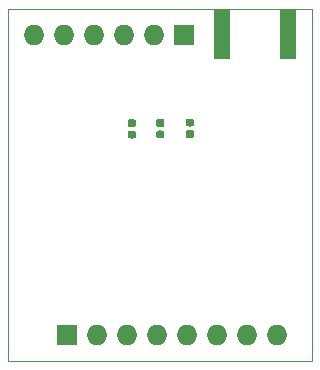
<source format=gbr>
%TF.GenerationSoftware,KiCad,Pcbnew,(5.1.4)-1*%
%TF.CreationDate,2019-10-27T14:05:37-07:00*%
%TF.ProjectId,spriteSAMD,73707269-7465-4534-914d-442e6b696361,rev?*%
%TF.SameCoordinates,Original*%
%TF.FileFunction,Soldermask,Bot*%
%TF.FilePolarity,Negative*%
%FSLAX46Y46*%
G04 Gerber Fmt 4.6, Leading zero omitted, Abs format (unit mm)*
G04 Created by KiCad (PCBNEW (5.1.4)-1) date 2019-10-27 14:05:37*
%MOMM*%
%LPD*%
G04 APERTURE LIST*
%ADD10C,0.100000*%
%ADD11O,1.750800X1.750800*%
%ADD12R,1.750800X1.750800*%
%ADD13C,0.640800*%
%ADD14R,1.400800X4.250800*%
G04 APERTURE END LIST*
D10*
X145999200Y-65938400D02*
X170408600Y-65938400D01*
X145999200Y-95707200D02*
X145999200Y-65938400D01*
X171704000Y-95707200D02*
X145999200Y-95707200D01*
X171704000Y-65938400D02*
X171704000Y-95707200D01*
X170408600Y-65938400D02*
X171704000Y-65938400D01*
D11*
X148183600Y-68148200D03*
X150723600Y-68148200D03*
X153263600Y-68148200D03*
X155803600Y-68148200D03*
X158343600Y-68148200D03*
D12*
X160883600Y-68148200D03*
D10*
G36*
X156664902Y-76263771D02*
G01*
X156680453Y-76266078D01*
X156695704Y-76269898D01*
X156710506Y-76275194D01*
X156724718Y-76281916D01*
X156738202Y-76289999D01*
X156750830Y-76299364D01*
X156762479Y-76309921D01*
X156773036Y-76321570D01*
X156782401Y-76334198D01*
X156790484Y-76347682D01*
X156797206Y-76361894D01*
X156802502Y-76376696D01*
X156806322Y-76391947D01*
X156808629Y-76407498D01*
X156809400Y-76423200D01*
X156809400Y-76743600D01*
X156808629Y-76759302D01*
X156806322Y-76774853D01*
X156802502Y-76790104D01*
X156797206Y-76804906D01*
X156790484Y-76819118D01*
X156782401Y-76832602D01*
X156773036Y-76845230D01*
X156762479Y-76856879D01*
X156750830Y-76867436D01*
X156738202Y-76876801D01*
X156724718Y-76884884D01*
X156710506Y-76891606D01*
X156695704Y-76896902D01*
X156680453Y-76900722D01*
X156664902Y-76903029D01*
X156649200Y-76903800D01*
X156278800Y-76903800D01*
X156263098Y-76903029D01*
X156247547Y-76900722D01*
X156232296Y-76896902D01*
X156217494Y-76891606D01*
X156203282Y-76884884D01*
X156189798Y-76876801D01*
X156177170Y-76867436D01*
X156165521Y-76856879D01*
X156154964Y-76845230D01*
X156145599Y-76832602D01*
X156137516Y-76819118D01*
X156130794Y-76804906D01*
X156125498Y-76790104D01*
X156121678Y-76774853D01*
X156119371Y-76759302D01*
X156118600Y-76743600D01*
X156118600Y-76423200D01*
X156119371Y-76407498D01*
X156121678Y-76391947D01*
X156125498Y-76376696D01*
X156130794Y-76361894D01*
X156137516Y-76347682D01*
X156145599Y-76334198D01*
X156154964Y-76321570D01*
X156165521Y-76309921D01*
X156177170Y-76299364D01*
X156189798Y-76289999D01*
X156203282Y-76281916D01*
X156217494Y-76275194D01*
X156232296Y-76269898D01*
X156247547Y-76266078D01*
X156263098Y-76263771D01*
X156278800Y-76263000D01*
X156649200Y-76263000D01*
X156664902Y-76263771D01*
X156664902Y-76263771D01*
G37*
D13*
X156464000Y-76583400D03*
D10*
G36*
X156664902Y-75293771D02*
G01*
X156680453Y-75296078D01*
X156695704Y-75299898D01*
X156710506Y-75305194D01*
X156724718Y-75311916D01*
X156738202Y-75319999D01*
X156750830Y-75329364D01*
X156762479Y-75339921D01*
X156773036Y-75351570D01*
X156782401Y-75364198D01*
X156790484Y-75377682D01*
X156797206Y-75391894D01*
X156802502Y-75406696D01*
X156806322Y-75421947D01*
X156808629Y-75437498D01*
X156809400Y-75453200D01*
X156809400Y-75773600D01*
X156808629Y-75789302D01*
X156806322Y-75804853D01*
X156802502Y-75820104D01*
X156797206Y-75834906D01*
X156790484Y-75849118D01*
X156782401Y-75862602D01*
X156773036Y-75875230D01*
X156762479Y-75886879D01*
X156750830Y-75897436D01*
X156738202Y-75906801D01*
X156724718Y-75914884D01*
X156710506Y-75921606D01*
X156695704Y-75926902D01*
X156680453Y-75930722D01*
X156664902Y-75933029D01*
X156649200Y-75933800D01*
X156278800Y-75933800D01*
X156263098Y-75933029D01*
X156247547Y-75930722D01*
X156232296Y-75926902D01*
X156217494Y-75921606D01*
X156203282Y-75914884D01*
X156189798Y-75906801D01*
X156177170Y-75897436D01*
X156165521Y-75886879D01*
X156154964Y-75875230D01*
X156145599Y-75862602D01*
X156137516Y-75849118D01*
X156130794Y-75834906D01*
X156125498Y-75820104D01*
X156121678Y-75804853D01*
X156119371Y-75789302D01*
X156118600Y-75773600D01*
X156118600Y-75453200D01*
X156119371Y-75437498D01*
X156121678Y-75421947D01*
X156125498Y-75406696D01*
X156130794Y-75391894D01*
X156137516Y-75377682D01*
X156145599Y-75364198D01*
X156154964Y-75351570D01*
X156165521Y-75339921D01*
X156177170Y-75329364D01*
X156189798Y-75319999D01*
X156203282Y-75311916D01*
X156217494Y-75305194D01*
X156232296Y-75299898D01*
X156247547Y-75296078D01*
X156263098Y-75293771D01*
X156278800Y-75293000D01*
X156649200Y-75293000D01*
X156664902Y-75293771D01*
X156664902Y-75293771D01*
G37*
D13*
X156464000Y-75613400D03*
D10*
G36*
X161567102Y-76212971D02*
G01*
X161582653Y-76215278D01*
X161597904Y-76219098D01*
X161612706Y-76224394D01*
X161626918Y-76231116D01*
X161640402Y-76239199D01*
X161653030Y-76248564D01*
X161664679Y-76259121D01*
X161675236Y-76270770D01*
X161684601Y-76283398D01*
X161692684Y-76296882D01*
X161699406Y-76311094D01*
X161704702Y-76325896D01*
X161708522Y-76341147D01*
X161710829Y-76356698D01*
X161711600Y-76372400D01*
X161711600Y-76692800D01*
X161710829Y-76708502D01*
X161708522Y-76724053D01*
X161704702Y-76739304D01*
X161699406Y-76754106D01*
X161692684Y-76768318D01*
X161684601Y-76781802D01*
X161675236Y-76794430D01*
X161664679Y-76806079D01*
X161653030Y-76816636D01*
X161640402Y-76826001D01*
X161626918Y-76834084D01*
X161612706Y-76840806D01*
X161597904Y-76846102D01*
X161582653Y-76849922D01*
X161567102Y-76852229D01*
X161551400Y-76853000D01*
X161181000Y-76853000D01*
X161165298Y-76852229D01*
X161149747Y-76849922D01*
X161134496Y-76846102D01*
X161119694Y-76840806D01*
X161105482Y-76834084D01*
X161091998Y-76826001D01*
X161079370Y-76816636D01*
X161067721Y-76806079D01*
X161057164Y-76794430D01*
X161047799Y-76781802D01*
X161039716Y-76768318D01*
X161032994Y-76754106D01*
X161027698Y-76739304D01*
X161023878Y-76724053D01*
X161021571Y-76708502D01*
X161020800Y-76692800D01*
X161020800Y-76372400D01*
X161021571Y-76356698D01*
X161023878Y-76341147D01*
X161027698Y-76325896D01*
X161032994Y-76311094D01*
X161039716Y-76296882D01*
X161047799Y-76283398D01*
X161057164Y-76270770D01*
X161067721Y-76259121D01*
X161079370Y-76248564D01*
X161091998Y-76239199D01*
X161105482Y-76231116D01*
X161119694Y-76224394D01*
X161134496Y-76219098D01*
X161149747Y-76215278D01*
X161165298Y-76212971D01*
X161181000Y-76212200D01*
X161551400Y-76212200D01*
X161567102Y-76212971D01*
X161567102Y-76212971D01*
G37*
D13*
X161366200Y-76532600D03*
D10*
G36*
X161567102Y-75242971D02*
G01*
X161582653Y-75245278D01*
X161597904Y-75249098D01*
X161612706Y-75254394D01*
X161626918Y-75261116D01*
X161640402Y-75269199D01*
X161653030Y-75278564D01*
X161664679Y-75289121D01*
X161675236Y-75300770D01*
X161684601Y-75313398D01*
X161692684Y-75326882D01*
X161699406Y-75341094D01*
X161704702Y-75355896D01*
X161708522Y-75371147D01*
X161710829Y-75386698D01*
X161711600Y-75402400D01*
X161711600Y-75722800D01*
X161710829Y-75738502D01*
X161708522Y-75754053D01*
X161704702Y-75769304D01*
X161699406Y-75784106D01*
X161692684Y-75798318D01*
X161684601Y-75811802D01*
X161675236Y-75824430D01*
X161664679Y-75836079D01*
X161653030Y-75846636D01*
X161640402Y-75856001D01*
X161626918Y-75864084D01*
X161612706Y-75870806D01*
X161597904Y-75876102D01*
X161582653Y-75879922D01*
X161567102Y-75882229D01*
X161551400Y-75883000D01*
X161181000Y-75883000D01*
X161165298Y-75882229D01*
X161149747Y-75879922D01*
X161134496Y-75876102D01*
X161119694Y-75870806D01*
X161105482Y-75864084D01*
X161091998Y-75856001D01*
X161079370Y-75846636D01*
X161067721Y-75836079D01*
X161057164Y-75824430D01*
X161047799Y-75811802D01*
X161039716Y-75798318D01*
X161032994Y-75784106D01*
X161027698Y-75769304D01*
X161023878Y-75754053D01*
X161021571Y-75738502D01*
X161020800Y-75722800D01*
X161020800Y-75402400D01*
X161021571Y-75386698D01*
X161023878Y-75371147D01*
X161027698Y-75355896D01*
X161032994Y-75341094D01*
X161039716Y-75326882D01*
X161047799Y-75313398D01*
X161057164Y-75300770D01*
X161067721Y-75289121D01*
X161079370Y-75278564D01*
X161091998Y-75269199D01*
X161105482Y-75261116D01*
X161119694Y-75254394D01*
X161134496Y-75249098D01*
X161149747Y-75245278D01*
X161165298Y-75242971D01*
X161181000Y-75242200D01*
X161551400Y-75242200D01*
X161567102Y-75242971D01*
X161567102Y-75242971D01*
G37*
D13*
X161366200Y-75562600D03*
D10*
G36*
X159077902Y-76238371D02*
G01*
X159093453Y-76240678D01*
X159108704Y-76244498D01*
X159123506Y-76249794D01*
X159137718Y-76256516D01*
X159151202Y-76264599D01*
X159163830Y-76273964D01*
X159175479Y-76284521D01*
X159186036Y-76296170D01*
X159195401Y-76308798D01*
X159203484Y-76322282D01*
X159210206Y-76336494D01*
X159215502Y-76351296D01*
X159219322Y-76366547D01*
X159221629Y-76382098D01*
X159222400Y-76397800D01*
X159222400Y-76718200D01*
X159221629Y-76733902D01*
X159219322Y-76749453D01*
X159215502Y-76764704D01*
X159210206Y-76779506D01*
X159203484Y-76793718D01*
X159195401Y-76807202D01*
X159186036Y-76819830D01*
X159175479Y-76831479D01*
X159163830Y-76842036D01*
X159151202Y-76851401D01*
X159137718Y-76859484D01*
X159123506Y-76866206D01*
X159108704Y-76871502D01*
X159093453Y-76875322D01*
X159077902Y-76877629D01*
X159062200Y-76878400D01*
X158691800Y-76878400D01*
X158676098Y-76877629D01*
X158660547Y-76875322D01*
X158645296Y-76871502D01*
X158630494Y-76866206D01*
X158616282Y-76859484D01*
X158602798Y-76851401D01*
X158590170Y-76842036D01*
X158578521Y-76831479D01*
X158567964Y-76819830D01*
X158558599Y-76807202D01*
X158550516Y-76793718D01*
X158543794Y-76779506D01*
X158538498Y-76764704D01*
X158534678Y-76749453D01*
X158532371Y-76733902D01*
X158531600Y-76718200D01*
X158531600Y-76397800D01*
X158532371Y-76382098D01*
X158534678Y-76366547D01*
X158538498Y-76351296D01*
X158543794Y-76336494D01*
X158550516Y-76322282D01*
X158558599Y-76308798D01*
X158567964Y-76296170D01*
X158578521Y-76284521D01*
X158590170Y-76273964D01*
X158602798Y-76264599D01*
X158616282Y-76256516D01*
X158630494Y-76249794D01*
X158645296Y-76244498D01*
X158660547Y-76240678D01*
X158676098Y-76238371D01*
X158691800Y-76237600D01*
X159062200Y-76237600D01*
X159077902Y-76238371D01*
X159077902Y-76238371D01*
G37*
D13*
X158877000Y-76558000D03*
D10*
G36*
X159077902Y-75268371D02*
G01*
X159093453Y-75270678D01*
X159108704Y-75274498D01*
X159123506Y-75279794D01*
X159137718Y-75286516D01*
X159151202Y-75294599D01*
X159163830Y-75303964D01*
X159175479Y-75314521D01*
X159186036Y-75326170D01*
X159195401Y-75338798D01*
X159203484Y-75352282D01*
X159210206Y-75366494D01*
X159215502Y-75381296D01*
X159219322Y-75396547D01*
X159221629Y-75412098D01*
X159222400Y-75427800D01*
X159222400Y-75748200D01*
X159221629Y-75763902D01*
X159219322Y-75779453D01*
X159215502Y-75794704D01*
X159210206Y-75809506D01*
X159203484Y-75823718D01*
X159195401Y-75837202D01*
X159186036Y-75849830D01*
X159175479Y-75861479D01*
X159163830Y-75872036D01*
X159151202Y-75881401D01*
X159137718Y-75889484D01*
X159123506Y-75896206D01*
X159108704Y-75901502D01*
X159093453Y-75905322D01*
X159077902Y-75907629D01*
X159062200Y-75908400D01*
X158691800Y-75908400D01*
X158676098Y-75907629D01*
X158660547Y-75905322D01*
X158645296Y-75901502D01*
X158630494Y-75896206D01*
X158616282Y-75889484D01*
X158602798Y-75881401D01*
X158590170Y-75872036D01*
X158578521Y-75861479D01*
X158567964Y-75849830D01*
X158558599Y-75837202D01*
X158550516Y-75823718D01*
X158543794Y-75809506D01*
X158538498Y-75794704D01*
X158534678Y-75779453D01*
X158532371Y-75763902D01*
X158531600Y-75748200D01*
X158531600Y-75427800D01*
X158532371Y-75412098D01*
X158534678Y-75396547D01*
X158538498Y-75381296D01*
X158543794Y-75366494D01*
X158550516Y-75352282D01*
X158558599Y-75338798D01*
X158567964Y-75326170D01*
X158578521Y-75314521D01*
X158590170Y-75303964D01*
X158602798Y-75294599D01*
X158616282Y-75286516D01*
X158630494Y-75279794D01*
X158645296Y-75274498D01*
X158660547Y-75270678D01*
X158676098Y-75268371D01*
X158691800Y-75267600D01*
X159062200Y-75267600D01*
X159077902Y-75268371D01*
X159077902Y-75268371D01*
G37*
D13*
X158877000Y-75588000D03*
D14*
X164078400Y-68046600D03*
X169728400Y-68046600D03*
D11*
X168732200Y-93548200D03*
X166192200Y-93548200D03*
X163652200Y-93548200D03*
X161112200Y-93548200D03*
X158572200Y-93548200D03*
X156032200Y-93548200D03*
X153492200Y-93548200D03*
D12*
X150952200Y-93548200D03*
M02*

</source>
